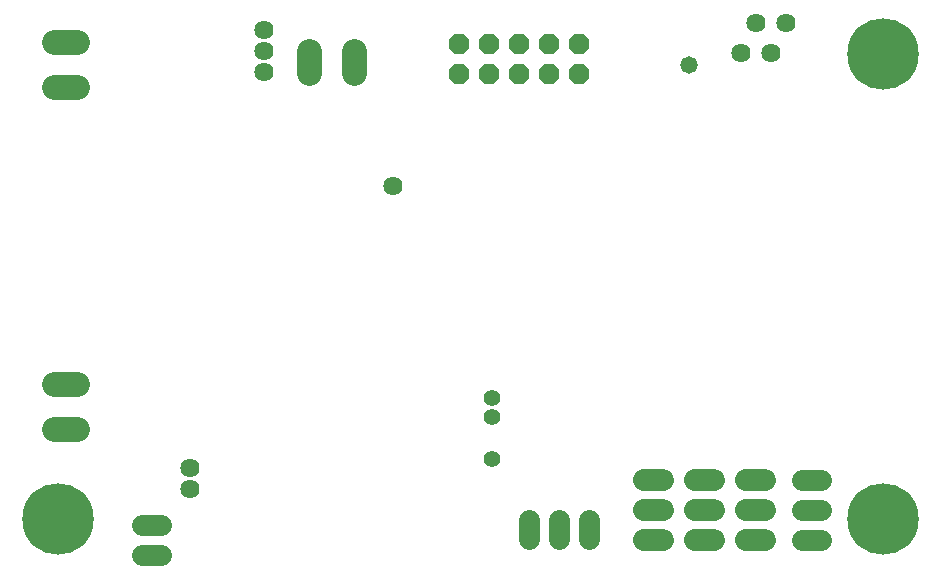
<source format=gbs>
G75*
G70*
%OFA0B0*%
%FSLAX24Y24*%
%IPPOS*%
%LPD*%
%AMOC8*
5,1,8,0,0,1.08239X$1,22.5*
%
%ADD10C,0.0830*%
%ADD11C,0.0720*%
%ADD12C,0.0714*%
%ADD13C,0.0640*%
%ADD14C,0.2380*%
%ADD15OC8,0.0680*%
%ADD16C,0.0556*%
%ADD17C,0.0580*%
D10*
X002905Y005839D02*
X003655Y005839D01*
X003655Y007339D02*
X002905Y007339D01*
X002905Y017239D02*
X003655Y017239D01*
X003655Y018739D02*
X002905Y018739D01*
X011380Y018464D02*
X011380Y017714D01*
X012880Y017714D02*
X012880Y018464D01*
D11*
X022560Y004139D02*
X023200Y004139D01*
X024260Y004139D02*
X024900Y004139D01*
X025960Y004139D02*
X026600Y004139D01*
X026600Y003139D02*
X025960Y003139D01*
X025960Y002139D02*
X026600Y002139D01*
X024900Y002139D02*
X024260Y002139D01*
X023200Y002139D02*
X022560Y002139D01*
X022560Y003139D02*
X023200Y003139D01*
X024260Y003139D02*
X024900Y003139D01*
D12*
X027813Y003139D02*
X028447Y003139D01*
X028447Y002139D02*
X027813Y002139D01*
X027813Y004139D02*
X028447Y004139D01*
X020730Y002805D02*
X020730Y002172D01*
X019730Y002172D02*
X019730Y002805D01*
X018730Y002805D02*
X018730Y002172D01*
X006447Y002639D02*
X005813Y002639D01*
X005813Y001639D02*
X006447Y001639D01*
D13*
X007430Y003839D03*
X007430Y004539D03*
X014180Y013939D03*
X009880Y017739D03*
X009880Y018439D03*
X009880Y019139D03*
X025780Y018389D03*
X026780Y018389D03*
X026280Y019389D03*
X027280Y019389D03*
D14*
X003030Y002839D03*
X030530Y002839D03*
X030530Y018339D03*
D15*
X020380Y018689D03*
X019380Y018689D03*
X018380Y018689D03*
X017380Y018689D03*
X016380Y018689D03*
X016380Y017689D03*
X017380Y017689D03*
X018380Y017689D03*
X019380Y017689D03*
X020380Y017689D03*
D16*
X017480Y006889D03*
X017480Y006239D03*
X017480Y004839D03*
D17*
X024060Y017989D03*
M02*

</source>
